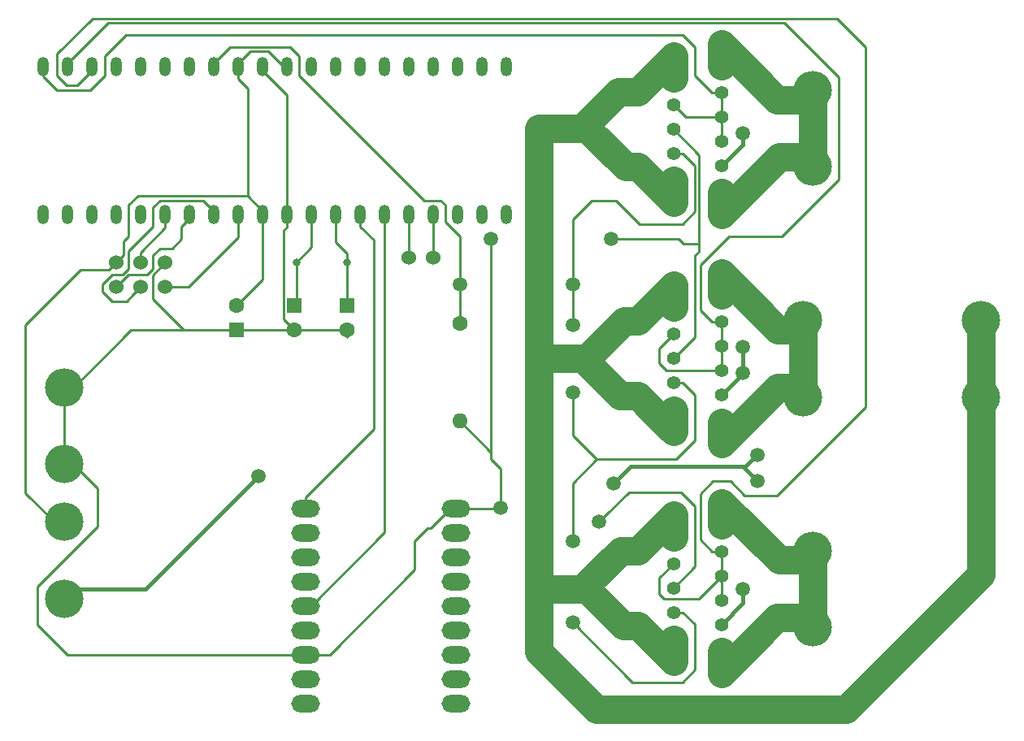
<source format=gbr>
G04 #@! TF.FileFunction,Copper,L2,Bot,Signal*
%FSLAX46Y46*%
G04 Gerber Fmt 4.6, Leading zero omitted, Abs format (unit mm)*
G04 Created by KiCad (PCBNEW 4.0.7-e2-6376~58~ubuntu16.04.1) date Thu Sep 21 21:37:59 2017*
%MOMM*%
%LPD*%
G01*
G04 APERTURE LIST*
%ADD10C,0.100000*%
%ADD11C,1.400000*%
%ADD12R,1.600000X1.600000*%
%ADD13C,1.600000*%
%ADD14O,3.000000X1.800000*%
%ADD15O,4.000000X4.000000*%
%ADD16C,1.524000*%
%ADD17O,1.600000X1.600000*%
%ADD18O,1.200000X2.000000*%
%ADD19C,0.800000*%
%ADD20C,1.500000*%
%ADD21C,0.250000*%
%ADD22C,3.000000*%
%ADD23C,0.400000*%
G04 APERTURE END LIST*
D10*
D11*
X74750000Y-23500000D03*
X69750000Y-22230000D03*
X74750000Y-20960000D03*
X69750000Y-19690000D03*
X74750000Y-18420000D03*
X69750000Y-17150000D03*
X74750000Y-15880000D03*
X69750000Y-14610000D03*
X74750000Y-13340000D03*
X69750000Y-12070000D03*
X74750000Y-10800000D03*
X69750000Y-9530000D03*
X74750000Y-8260000D03*
X69750000Y-6990000D03*
X74750000Y-5720000D03*
D12*
X30250000Y-33000000D03*
D13*
X30250000Y-35500000D03*
D12*
X35750000Y-33000000D03*
D13*
X35750000Y-35500000D03*
D12*
X24250000Y-35500000D03*
D13*
X24250000Y-33000000D03*
D14*
X31400000Y-74410000D03*
X47100000Y-74410000D03*
X31400000Y-71870000D03*
X47100000Y-71870000D03*
X31400000Y-69330000D03*
X47100000Y-69330000D03*
X31400000Y-66790000D03*
X47100000Y-66790000D03*
X31400000Y-64250000D03*
X47100000Y-64250000D03*
X31400000Y-61710000D03*
X47100000Y-61710000D03*
X31400000Y-59170000D03*
X47100000Y-59170000D03*
X31400000Y-56630000D03*
X47100000Y-56630000D03*
X31400000Y-54090000D03*
X47100000Y-54090000D03*
D15*
X84250000Y-18500000D03*
X84250000Y-10500000D03*
D16*
X11710000Y-31040000D03*
X11710000Y-28500000D03*
X14250000Y-31040000D03*
X14250000Y-28500000D03*
X16790000Y-31040000D03*
X16790000Y-28500000D03*
D15*
X83250000Y-42500000D03*
X83250000Y-34500000D03*
X84250000Y-66500000D03*
X84250000Y-58500000D03*
X101750000Y-42500000D03*
X101750000Y-34500000D03*
X6250000Y-55500000D03*
X6250000Y-63500000D03*
X6250000Y-41500000D03*
X6250000Y-49500000D03*
D11*
X74750000Y-47390000D03*
X69750000Y-46120000D03*
X74750000Y-44850000D03*
X69750000Y-43580000D03*
X74750000Y-42310000D03*
X69750000Y-41040000D03*
X74750000Y-39770000D03*
X69750000Y-38500000D03*
X74750000Y-37230000D03*
X69750000Y-35960000D03*
X74750000Y-34690000D03*
X69750000Y-33420000D03*
X74750000Y-32150000D03*
X69750000Y-30880000D03*
X74750000Y-29610000D03*
X74750000Y-71280000D03*
X69750000Y-70010000D03*
X74750000Y-68740000D03*
X69750000Y-67470000D03*
X74750000Y-66200000D03*
X69750000Y-64930000D03*
X74750000Y-63660000D03*
X69750000Y-62390000D03*
X74750000Y-61120000D03*
X69750000Y-59850000D03*
X74750000Y-58580000D03*
X69750000Y-57310000D03*
X74750000Y-56040000D03*
X69750000Y-54770000D03*
X74750000Y-53500000D03*
D13*
X47500000Y-34840000D03*
D17*
X47500000Y-45000000D03*
D16*
X42210000Y-28000000D03*
X44750000Y-28000000D03*
D18*
X4110000Y-8100000D03*
X4110000Y-23500000D03*
X6650000Y-8100000D03*
X6650000Y-23500000D03*
X9190000Y-8100000D03*
X9190000Y-23500000D03*
X11730000Y-8100000D03*
X11730000Y-23500000D03*
X14270000Y-8100000D03*
X14270000Y-23500000D03*
X16810000Y-8100000D03*
X16810000Y-23500000D03*
X19350000Y-8100000D03*
X19350000Y-23500000D03*
X21890000Y-8100000D03*
X21890000Y-23500000D03*
X24430000Y-8100000D03*
X24430000Y-23500000D03*
X26970000Y-8100000D03*
X26970000Y-23500000D03*
X29510000Y-8100000D03*
X29510000Y-23500000D03*
X32050000Y-8100000D03*
X32050000Y-23500000D03*
X34590000Y-8100000D03*
X34590000Y-23500000D03*
X37130000Y-8100000D03*
X37130000Y-23500000D03*
X39670000Y-8100000D03*
X39670000Y-23500000D03*
X42210000Y-8100000D03*
X42210000Y-23500000D03*
X44750000Y-8100000D03*
X44750000Y-23500000D03*
X47290000Y-8100000D03*
X47290000Y-23500000D03*
X49830000Y-8100000D03*
X49830000Y-23500000D03*
X52370000Y-8100000D03*
X52370000Y-23500000D03*
D19*
X30450000Y-28500000D03*
X35750000Y-28500000D03*
D20*
X62000000Y-55500000D03*
X50750000Y-26000000D03*
X51750000Y-53999998D03*
X63250000Y-26000000D03*
X63500000Y-51500000D03*
X78500000Y-51250000D03*
X78500000Y-48500000D03*
X26500000Y-50750000D03*
X77000000Y-37250000D03*
X77000000Y-40000000D03*
X77000000Y-15000000D03*
X77000000Y-62500000D03*
X59250000Y-57500000D03*
X47500000Y-30750000D03*
X59250000Y-30750000D03*
X59250000Y-42000000D03*
X59250000Y-35000000D03*
X59250000Y-66000000D03*
D21*
X30450000Y-28500000D02*
X30450000Y-32800000D01*
X30450000Y-32800000D02*
X30250000Y-33000000D01*
X32050000Y-23500000D02*
X32050000Y-26900000D01*
X32050000Y-26900000D02*
X30450000Y-28500000D01*
X65099999Y-52400001D02*
X62749999Y-54750001D01*
X70526640Y-52400001D02*
X65099999Y-52400001D01*
X71975010Y-53848371D02*
X70526640Y-52400001D01*
X69750000Y-62390000D02*
X71975010Y-60164990D01*
X62749999Y-54750001D02*
X62000000Y-55500000D01*
X71975010Y-60164990D02*
X71975010Y-53848371D01*
X50750000Y-49000000D02*
X50750000Y-26000000D01*
X29510000Y-11040000D02*
X26970000Y-8500000D01*
X26970000Y-8500000D02*
X26970000Y-8100000D01*
X24250000Y-35500000D02*
X13250000Y-35500000D01*
X13250000Y-35500000D02*
X6250000Y-42500000D01*
X31400000Y-69330000D02*
X6580000Y-69330000D01*
X3500000Y-66250000D02*
X3500000Y-62250000D01*
X6580000Y-69330000D02*
X3500000Y-66250000D01*
X3500000Y-62250000D02*
X9750000Y-56000000D01*
X9750000Y-56000000D02*
X9750000Y-52000000D01*
X9750000Y-52000000D02*
X6250000Y-48500000D01*
X47100000Y-54090000D02*
X51660000Y-54090000D01*
X35750000Y-36250000D02*
X35750000Y-35500000D01*
X6250000Y-48500000D02*
X6250000Y-42500000D01*
X51750000Y-53505024D02*
X51750000Y-53999998D01*
X51750000Y-50000000D02*
X51750000Y-53505024D01*
X50750000Y-49000000D02*
X51750000Y-50000000D01*
X47100000Y-54090000D02*
X46500000Y-54090000D01*
X46500000Y-54090000D02*
X44467415Y-56122585D01*
X44467415Y-56122585D02*
X44127415Y-56122585D01*
X44127415Y-56122585D02*
X42750000Y-57500000D01*
X42750000Y-57500000D02*
X42750000Y-60500000D01*
X42750000Y-60500000D02*
X33920000Y-69330000D01*
X33920000Y-69330000D02*
X31400000Y-69330000D01*
X47500000Y-45000000D02*
X50750000Y-48250000D01*
X50750000Y-48250000D02*
X50750000Y-49000000D01*
X29510000Y-23500000D02*
X29510000Y-11040000D01*
X16790000Y-28500000D02*
X15500000Y-29790000D01*
X15500000Y-29790000D02*
X15500000Y-32250000D01*
X15500000Y-32250000D02*
X18750000Y-35500000D01*
X18750000Y-35500000D02*
X23200000Y-35500000D01*
X23200000Y-35500000D02*
X24250000Y-35500000D01*
X23790000Y-35500000D02*
X24250000Y-35500000D01*
X24250000Y-35500000D02*
X30250000Y-35500000D01*
X29510000Y-23500000D02*
X29510000Y-24750000D01*
X29450001Y-34700001D02*
X30250000Y-35500000D01*
X29510000Y-24750000D02*
X29124999Y-25135001D01*
X29124999Y-25135001D02*
X29124999Y-34374999D01*
X29124999Y-34374999D02*
X29450001Y-34700001D01*
X35750000Y-35500000D02*
X30250000Y-35500000D01*
X69750000Y-14610000D02*
X72425020Y-17285020D01*
X70449999Y-37800001D02*
X69750000Y-38500000D01*
X72425020Y-17285020D02*
X72425020Y-27324980D01*
X72425020Y-27324980D02*
X71975010Y-27774990D01*
X71975010Y-27774990D02*
X71975010Y-36274990D01*
X71975010Y-36274990D02*
X70449999Y-37800001D01*
X63250000Y-26000000D02*
X70273089Y-26000000D01*
X70273089Y-26000000D02*
X70773089Y-26500000D01*
X70773089Y-26500000D02*
X72250000Y-26500000D01*
X35750000Y-28500000D02*
X35750000Y-27500000D01*
X35750000Y-27500000D02*
X34590000Y-26340000D01*
X34590000Y-26340000D02*
X34590000Y-23500000D01*
X35750000Y-33000000D02*
X35750000Y-31950000D01*
X35750000Y-31950000D02*
X35750000Y-28500000D01*
X39670000Y-56580000D02*
X39670000Y-24750000D01*
X31400000Y-64250000D02*
X32000000Y-64250000D01*
X32000000Y-64250000D02*
X39670000Y-56580000D01*
X39670000Y-24750000D02*
X39670000Y-23500000D01*
X38500000Y-26120000D02*
X38500000Y-45840000D01*
X31400000Y-54090000D02*
X31400000Y-52940000D01*
X31400000Y-52940000D02*
X38500000Y-45840000D01*
X38500000Y-26120000D02*
X37130000Y-24750000D01*
X37130000Y-24750000D02*
X37130000Y-23500000D01*
D22*
X84250000Y-17500000D02*
X80750000Y-17500000D01*
X80750000Y-17500000D02*
X74750000Y-23500000D01*
X84250000Y-11500000D02*
X80530000Y-11500000D01*
X80530000Y-11500000D02*
X74750000Y-5720000D01*
X74750000Y-23500000D02*
X74750000Y-22510051D01*
X74750000Y-22510051D02*
X74750000Y-21220001D01*
X74750000Y-5720000D02*
X74750000Y-6709949D01*
X74750000Y-6709949D02*
X74750000Y-7999999D01*
X84250000Y-11500000D02*
X84250000Y-17500000D01*
D21*
X11710000Y-31040000D02*
X13000000Y-29750000D01*
X13000000Y-29750000D02*
X14903590Y-29750000D01*
X14903590Y-29750000D02*
X15500000Y-29153590D01*
X17500000Y-27000000D02*
X18500000Y-26000000D01*
X15500000Y-29153590D02*
X15500000Y-27750000D01*
X15500000Y-27750000D02*
X16250000Y-27000000D01*
X18500000Y-24750000D02*
X19350000Y-23900000D01*
X16250000Y-27000000D02*
X17500000Y-27000000D01*
X18500000Y-26000000D02*
X18500000Y-24750000D01*
X19350000Y-23900000D02*
X19350000Y-23500000D01*
X29510000Y-8100000D02*
X29100000Y-8100000D01*
X29100000Y-8100000D02*
X27500000Y-6500000D01*
X27500000Y-6500000D02*
X25630000Y-6500000D01*
X25630000Y-6500000D02*
X24430000Y-7700000D01*
X24430000Y-7700000D02*
X24430000Y-8100000D01*
X25419990Y-10339990D02*
X24430000Y-9350000D01*
X24430000Y-9350000D02*
X24430000Y-8100000D01*
X10948001Y-29261999D02*
X7948001Y-29261999D01*
X7948001Y-29261999D02*
X2250000Y-34960000D01*
X6250000Y-56500000D02*
X2250000Y-52500000D01*
X2250000Y-52500000D02*
X2250000Y-34960000D01*
X10948001Y-29261999D02*
X11710000Y-28500000D01*
X25419990Y-10339990D02*
X25419990Y-21549990D01*
X11710000Y-28500000D02*
X12471999Y-27738001D01*
X26970000Y-23100000D02*
X26970000Y-23500000D01*
X12471999Y-27738001D02*
X12471999Y-26278001D01*
X12471999Y-26278001D02*
X13000000Y-25750000D01*
X13000000Y-25750000D02*
X13000000Y-22500000D01*
X13000000Y-22500000D02*
X13950010Y-21549990D01*
X13950010Y-21549990D02*
X25419990Y-21549990D01*
X25419990Y-21549990D02*
X26970000Y-23100000D01*
X26970000Y-23500000D02*
X26970000Y-30280000D01*
X26970000Y-30280000D02*
X24250000Y-33000000D01*
X21890000Y-23500000D02*
X21890000Y-23100000D01*
X10250000Y-31500000D02*
X11250000Y-32500000D01*
X13488001Y-31801999D02*
X14250000Y-31040000D01*
X21890000Y-23100000D02*
X20790000Y-22000000D01*
X20790000Y-22000000D02*
X16250000Y-22000000D01*
X16250000Y-22000000D02*
X15500000Y-22750000D01*
X11250000Y-32500000D02*
X12790000Y-32500000D01*
X15500000Y-22750000D02*
X15500000Y-24750000D01*
X12363590Y-29750000D02*
X11250000Y-29750000D01*
X15500000Y-24750000D02*
X13000000Y-27250000D01*
X13000000Y-27250000D02*
X13000000Y-29113590D01*
X13000000Y-29113590D02*
X12363590Y-29750000D01*
X11250000Y-29750000D02*
X10250000Y-30750000D01*
X10250000Y-30750000D02*
X10250000Y-31500000D01*
X12790000Y-32500000D02*
X13488001Y-31801999D01*
X14250000Y-27422370D02*
X16810000Y-24862370D01*
X14250000Y-28500000D02*
X14250000Y-27422370D01*
X16810000Y-24750000D02*
X16810000Y-23500000D01*
X16810000Y-24862370D02*
X16810000Y-24750000D01*
X19210000Y-31040000D02*
X24430000Y-25820000D01*
X24430000Y-25820000D02*
X24430000Y-23500000D01*
X16790000Y-31040000D02*
X19210000Y-31040000D01*
D22*
X83250000Y-41500000D02*
X80640000Y-41500000D01*
X80640000Y-41500000D02*
X74750000Y-47390000D01*
X83250000Y-35500000D02*
X80640000Y-35500000D01*
X80640000Y-35500000D02*
X74750000Y-29610000D01*
X74750000Y-47390000D02*
X74750000Y-45110001D01*
X74750000Y-29610000D02*
X74750000Y-31889999D01*
X83250000Y-35500000D02*
X83250000Y-41500000D01*
X84250000Y-65500000D02*
X80530000Y-65500000D01*
X80530000Y-65500000D02*
X74750000Y-71280000D01*
X84250000Y-59500000D02*
X80750000Y-59500000D01*
X80750000Y-59500000D02*
X74750000Y-53500000D01*
X74750000Y-53500000D02*
X74750000Y-55779999D01*
X74750000Y-71280000D02*
X74750000Y-69000001D01*
X84250000Y-59500000D02*
X84250000Y-65500000D01*
X69750000Y-22230000D02*
X66024989Y-18504989D01*
X64754989Y-18504989D02*
X60750000Y-14500000D01*
X66024989Y-18504989D02*
X64754989Y-18504989D01*
X60750000Y-14500000D02*
X55750000Y-14500000D01*
X55750000Y-14500000D02*
X55750000Y-38500000D01*
X69750000Y-6990000D02*
X66024989Y-10715011D01*
X66024989Y-10715011D02*
X64034989Y-10715011D01*
X64034989Y-10715011D02*
X60750000Y-14000000D01*
X55750000Y-38500000D02*
X60250000Y-38500000D01*
X60250000Y-38500000D02*
X64144989Y-42394989D01*
X64144989Y-42394989D02*
X66024989Y-42394989D01*
X66024989Y-42394989D02*
X69050001Y-45420001D01*
X69050001Y-45420001D02*
X69750000Y-46120000D01*
X69750000Y-30880000D02*
X66024989Y-34605011D01*
X66024989Y-34605011D02*
X64644989Y-34605011D01*
X64644989Y-34605011D02*
X60750000Y-38500000D01*
X55750000Y-62500000D02*
X55750000Y-69000000D01*
X55750000Y-69000000D02*
X61750000Y-75000000D01*
X61750000Y-75000000D02*
X87750000Y-75000000D01*
X87750000Y-75000000D02*
X101750000Y-61000000D01*
X101750000Y-61000000D02*
X101750000Y-41500000D01*
X55750000Y-38500000D02*
X55750000Y-62500000D01*
X66024989Y-66284989D02*
X69050001Y-69310001D01*
X55750000Y-62500000D02*
X60750000Y-62500000D01*
X60750000Y-62500000D02*
X64534989Y-66284989D01*
X64534989Y-66284989D02*
X66024989Y-66284989D01*
X69050001Y-69310001D02*
X69750000Y-70010000D01*
X69750000Y-54770000D02*
X66024989Y-58495011D01*
X66024989Y-58495011D02*
X64254989Y-58495011D01*
X64254989Y-58495011D02*
X60750000Y-62000000D01*
X69750000Y-6990000D02*
X69750000Y-9269999D01*
X69750000Y-22230000D02*
X69750000Y-19950001D01*
X69750000Y-46120000D02*
X69750000Y-43840001D01*
X69750000Y-30880000D02*
X69750000Y-33159999D01*
X69750000Y-70010000D02*
X69750000Y-67730001D01*
X69750000Y-54770000D02*
X69750000Y-55759949D01*
X69750000Y-55759949D02*
X69750000Y-57049999D01*
X101750000Y-35500000D02*
X101750000Y-41500000D01*
D23*
X77017057Y-49750000D02*
X65250000Y-49750000D01*
X65250000Y-49750000D02*
X64249999Y-50750001D01*
X64249999Y-50750001D02*
X63500000Y-51500000D01*
X77750001Y-50500001D02*
X78500000Y-51250000D01*
X77017057Y-49767057D02*
X77750001Y-50500001D01*
X77017057Y-49750000D02*
X77017057Y-49767057D01*
X77750001Y-49249999D02*
X78500000Y-48500000D01*
X77250000Y-49750000D02*
X77750001Y-49249999D01*
X77017057Y-49750000D02*
X77250000Y-49750000D01*
X77000000Y-62500000D02*
X77000000Y-63950000D01*
X26200001Y-51049999D02*
X26500000Y-50750000D01*
X14750000Y-62500000D02*
X26200001Y-51049999D01*
X6250000Y-62500000D02*
X14750000Y-62500000D01*
X77000000Y-37250000D02*
X77000000Y-40000000D01*
X77000000Y-40060000D02*
X77000000Y-40000000D01*
X74750000Y-42310000D02*
X77000000Y-40060000D01*
X77000000Y-15000000D02*
X77000000Y-16170000D01*
X77000000Y-16170000D02*
X74750000Y-18420000D01*
X74750000Y-66200000D02*
X77000000Y-63950000D01*
D21*
X59250000Y-51500000D02*
X59250000Y-56439340D01*
X61750000Y-49000000D02*
X59250000Y-51500000D01*
X59250000Y-56439340D02*
X59250000Y-57500000D01*
X47500000Y-30750000D02*
X47500000Y-25750000D01*
X46000000Y-22500000D02*
X45500000Y-22000000D01*
X23540010Y-6049990D02*
X21890000Y-7700000D01*
X47500000Y-25750000D02*
X46000000Y-24250000D01*
X46000000Y-24250000D02*
X46000000Y-22500000D01*
X45500000Y-22000000D02*
X43750000Y-22000000D01*
X43750000Y-22000000D02*
X30750000Y-9000000D01*
X30750000Y-7000000D02*
X29799990Y-6049990D01*
X30750000Y-9000000D02*
X30750000Y-7000000D01*
X29799990Y-6049990D02*
X23540010Y-6049990D01*
X21890000Y-7700000D02*
X21890000Y-8100000D01*
X47500000Y-30750000D02*
X47500000Y-34840000D01*
X59250000Y-30750000D02*
X59250000Y-35000000D01*
X59250000Y-24000000D02*
X59250000Y-30750000D01*
X69750000Y-17150000D02*
X70739949Y-17150000D01*
X71975010Y-23151629D02*
X70671629Y-24455010D01*
X66205010Y-24455010D02*
X63750000Y-22000000D01*
X70739949Y-17150000D02*
X71975010Y-18385061D01*
X71975010Y-18385061D02*
X71975010Y-23151629D01*
X70671629Y-24455010D02*
X66205010Y-24455010D01*
X63750000Y-22000000D02*
X61250000Y-22000000D01*
X61250000Y-22000000D02*
X59250000Y-24000000D01*
X59250000Y-46500000D02*
X61750000Y-49000000D01*
X59250000Y-42000000D02*
X59250000Y-46500000D01*
X69750000Y-41040000D02*
X70739949Y-41040000D01*
X70739949Y-41040000D02*
X71975010Y-42275061D01*
X71975010Y-42275061D02*
X71975010Y-47041629D01*
X71975010Y-47041629D02*
X70016639Y-49000000D01*
X70016639Y-49000000D02*
X61750000Y-49000000D01*
X69750000Y-64930000D02*
X70739949Y-64930000D01*
X70739949Y-64930000D02*
X71975010Y-66165061D01*
X71975010Y-66165061D02*
X71975010Y-70931629D01*
X71975010Y-70931629D02*
X70671629Y-72235010D01*
X70671629Y-72235010D02*
X65485010Y-72235010D01*
X65485010Y-72235010D02*
X59250000Y-66000000D01*
X74750000Y-10800000D02*
X73760051Y-10800000D01*
X73760051Y-10800000D02*
X71975010Y-9014959D01*
X70671629Y-4764990D02*
X12735010Y-4764990D01*
X71975010Y-9014959D02*
X71975010Y-6068371D01*
X71975010Y-6068371D02*
X70671629Y-4764990D01*
X10500000Y-9000000D02*
X9000000Y-10500000D01*
X12735010Y-4764990D02*
X10500000Y-7000000D01*
X10500000Y-7000000D02*
X10500000Y-9000000D01*
X5500000Y-10500000D02*
X4110000Y-9110000D01*
X9000000Y-10500000D02*
X5500000Y-10500000D01*
X4110000Y-9110000D02*
X4110000Y-8100000D01*
X69750000Y-12070000D02*
X71020000Y-13340000D01*
X71020000Y-13340000D02*
X74750000Y-13340000D01*
X74750000Y-13340000D02*
X74750000Y-15880000D01*
X74750000Y-10800000D02*
X74750000Y-13340000D01*
X86975001Y-9191999D02*
X81277992Y-3494990D01*
X81277992Y-3494990D02*
X10855010Y-3494990D01*
X10855010Y-3494990D02*
X6650000Y-7700000D01*
X6650000Y-7700000D02*
X6650000Y-8100000D01*
X81057992Y-25725010D02*
X86975001Y-19808001D01*
X72524990Y-28688371D02*
X75488351Y-25725010D01*
X75488351Y-25725010D02*
X81057992Y-25725010D01*
X74750000Y-34690000D02*
X73760051Y-34690000D01*
X86975001Y-19808001D02*
X86975001Y-9191999D01*
X72524990Y-33454939D02*
X72524990Y-28688371D01*
X73760051Y-34690000D02*
X72524990Y-33454939D01*
X69750000Y-35960000D02*
X68250000Y-37460000D01*
X68250000Y-37460000D02*
X68250000Y-39000000D01*
X68250000Y-39000000D02*
X69020000Y-39770000D01*
X69020000Y-39770000D02*
X73760051Y-39770000D01*
X73760051Y-39770000D02*
X74750000Y-39770000D01*
X74750000Y-37230000D02*
X74750000Y-39770000D01*
X74750000Y-34690000D02*
X74750000Y-37230000D01*
X5500000Y-6750000D02*
X9205020Y-3044980D01*
X80500000Y-52750000D02*
X77146639Y-52750000D01*
X9190000Y-8100000D02*
X9190000Y-8500000D01*
X9190000Y-8500000D02*
X7640010Y-10049990D01*
X86794980Y-3044980D02*
X89750000Y-6000000D01*
X6549990Y-10049990D02*
X5500000Y-9000000D01*
X7640010Y-10049990D02*
X6549990Y-10049990D01*
X72524990Y-57344939D02*
X73760051Y-58580000D01*
X72524990Y-52578371D02*
X72524990Y-57344939D01*
X5500000Y-9000000D02*
X5500000Y-6750000D01*
X9205020Y-3044980D02*
X86794980Y-3044980D01*
X89750000Y-6000000D02*
X89750000Y-43500000D01*
X77146639Y-52750000D02*
X75671629Y-51274990D01*
X89750000Y-43500000D02*
X80500000Y-52750000D01*
X75671629Y-51274990D02*
X73828371Y-51274990D01*
X73828371Y-51274990D02*
X72524990Y-52578371D01*
X73760051Y-58580000D02*
X74750000Y-58580000D01*
X69750000Y-59850000D02*
X68250000Y-61350000D01*
X68250000Y-61350000D02*
X68250000Y-63000000D01*
X68250000Y-63000000D02*
X68750000Y-63500000D01*
X68750000Y-63500000D02*
X72370000Y-63500000D01*
X72370000Y-63500000D02*
X74050001Y-61819999D01*
X74050001Y-61819999D02*
X74750000Y-61120000D01*
X74750000Y-63660000D02*
X74750000Y-61120000D01*
X74750000Y-58580000D02*
X74750000Y-61120000D01*
X42210000Y-23500000D02*
X42210000Y-28000000D01*
X44750000Y-23500000D02*
X44750000Y-28000000D01*
M02*

</source>
